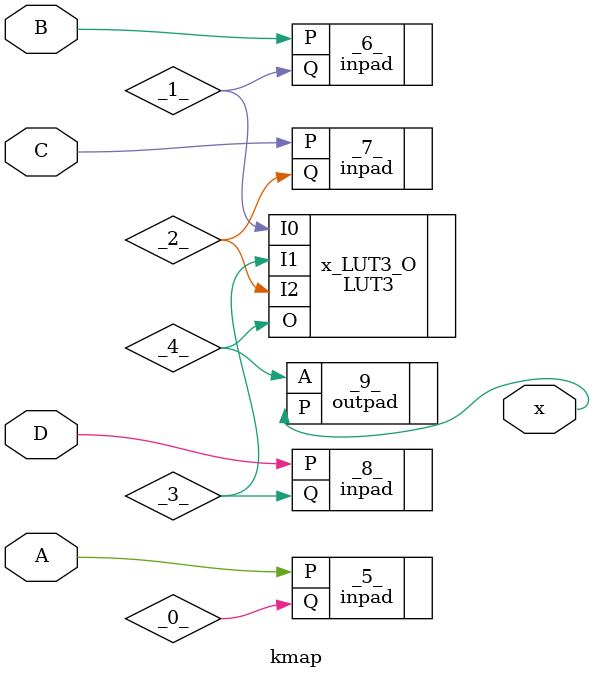
<source format=v>
/* Generated by Yosys 0.9+2406 (git sha1 9ac3484, x86_64-conda_cos6-linux-gnu-gcc 1.24.0.133_b0863d8_dirty -fvisibility-inlines-hidden -fmessage-length=0 -march=nocona -mtune=haswell -ftree-vectorize -fPIC -fstack-protector-strong -fno-plt -O2 -ffunction-sections -fdebug-prefix-map=/root/anaconda3/conda-bld/yosys_1607410735049/work=/usr/local/src/conda/yosys-0.8.0_0003_e80fb742f_20201208_122808 -fdebug-prefix-map=/home/srinivaas/qorc-sdk/fpga_toolchain_install/v1.3.1/conda=/usr/local/src/conda-prefix -fPIC -Os) */

(* top =  1  *)
(* src = "/home/srinivaas/vaman/vaman_exp/kmap/kmap.v:1.1-3.10" *)
module kmap(A, B, C, D, x);
  (* unused_bits = "0" *)
  wire _0_;
  wire _1_;
  wire _2_;
  wire _3_;
  wire _4_;
  (* src = "/home/srinivaas/vaman/vaman_exp/kmap/kmap.v:1.19-1.20" *)
  input A;
  (* src = "/home/srinivaas/vaman/vaman_exp/kmap/kmap.v:1.21-1.22" *)
  input B;
  (* src = "/home/srinivaas/vaman/vaman_exp/kmap/kmap.v:1.23-1.24" *)
  input C;
  (* src = "/home/srinivaas/vaman/vaman_exp/kmap/kmap.v:1.25-1.26" *)
  input D;
  (* src = "/home/srinivaas/vaman/vaman_exp/kmap/kmap.v:1.34-1.35" *)
  output x;
  (* keep = 32'd1 *)
  inpad #(
    .IO_LOC("X16Y32"),
    .IO_PAD("31"),
    .IO_TYPE("BIDIR")
  ) _5_ (
    .P(A),
    .Q(_0_)
  );
  (* keep = 32'd1 *)
  inpad #(
    .IO_LOC("X14Y32"),
    .IO_PAD("30"),
    .IO_TYPE("BIDIR")
  ) _6_ (
    .P(B),
    .Q(_1_)
  );
  (* keep = 32'd1 *)
  inpad #(
    .IO_LOC("X12Y32"),
    .IO_PAD("28"),
    .IO_TYPE("BIDIR")
  ) _7_ (
    .P(C),
    .Q(_2_)
  );
  (* keep = 32'd1 *)
  inpad #(
    .IO_LOC("X10Y32"),
    .IO_PAD("27"),
    .IO_TYPE("BIDIR")
  ) _8_ (
    .P(D),
    .Q(_3_)
  );
  (* keep = 32'd1 *)
  outpad #(
    .IO_LOC("X8Y32"),
    .IO_PAD("26"),
    .IO_TYPE("BIDIR")
  ) _9_ (
    .A(_4_),
    .P(x)
  );
  (* module_not_derived = 32'd1 *)
  (* src = "/home/srinivaas/qorc-sdk/fpga_toolchain_install/v1.3.1/conda/bin/../share/yosys/quicklogic/pp3_lut_map.v:36.63-36.121" *)
  LUT3 #(
    .EQN("(~I0*I1*~I2)+(~I0*~I1*I2)+(~I0*I1*I2)"),
    .INIT(9'h0a9)
  ) x_LUT3_O (
    .I0(_1_),
    .I1(_3_),
    .I2(_2_),
    .O(_4_)
  );
endmodule

</source>
